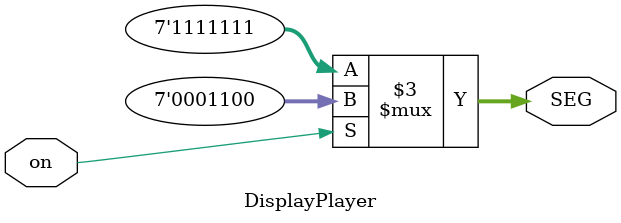
<source format=v>
module DisplayPlayer(	input on,
								output reg [6:0]SEG);
										
always @(*)

	case(on)
		1: SEG= 7'b0001100;
		default: SEG= 7'b1111111;
	endcase
	
endmodule


</source>
